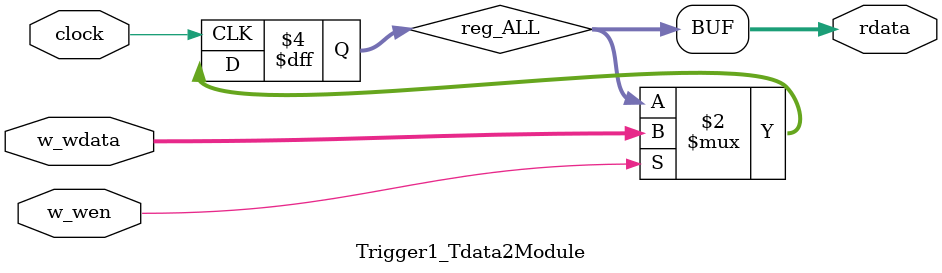
<source format=v>
`ifndef RANDOMIZE
  `ifdef RANDOMIZE_MEM_INIT
    `define RANDOMIZE
  `endif // RANDOMIZE_MEM_INIT
`endif // not def RANDOMIZE
`ifndef RANDOMIZE
  `ifdef RANDOMIZE_REG_INIT
    `define RANDOMIZE
  `endif // RANDOMIZE_REG_INIT
`endif // not def RANDOMIZE
`ifndef RANDOM
  `define RANDOM $random
`endif // not def RANDOM
// Users can define INIT_RANDOM as general code that gets injected into the
// initializer block for modules with registers.
`ifndef INIT_RANDOM
  `define INIT_RANDOM
`endif // not def INIT_RANDOM
// If using random initialization, you can also define RANDOMIZE_DELAY to
// customize the delay used, otherwise 0.002 is used.
`ifndef RANDOMIZE_DELAY
  `define RANDOMIZE_DELAY 0.002
`endif // not def RANDOMIZE_DELAY
// Define INIT_RANDOM_PROLOG_ for use in our modules below.
`ifndef INIT_RANDOM_PROLOG_
  `ifdef RANDOMIZE
    `ifdef VERILATOR
      `define INIT_RANDOM_PROLOG_ `INIT_RANDOM
    `else  // VERILATOR
      `define INIT_RANDOM_PROLOG_ `INIT_RANDOM #`RANDOMIZE_DELAY begin end
    `endif // VERILATOR
  `else  // RANDOMIZE
    `define INIT_RANDOM_PROLOG_
  `endif // RANDOMIZE
`endif // not def INIT_RANDOM_PROLOG_
// Include register initializers in init blocks unless synthesis is set
`ifndef SYNTHESIS
  `ifndef ENABLE_INITIAL_REG_
    `define ENABLE_INITIAL_REG_
  `endif // not def ENABLE_INITIAL_REG_
`endif // not def SYNTHESIS
// Include rmemory initializers in init blocks unless synthesis is set
`ifndef SYNTHESIS
  `ifndef ENABLE_INITIAL_MEM_
    `define ENABLE_INITIAL_MEM_
  `endif // not def ENABLE_INITIAL_MEM_
`endif // not def SYNTHESIS
module Trigger1_Tdata2Module(
  input         clock,
  input         w_wen,
  input  [63:0] w_wdata,
  output [63:0] rdata
);

  reg [63:0] reg_ALL;
  always @(posedge clock) begin
    if (w_wen)
      reg_ALL <= w_wdata;
  end // always @(posedge)
  `ifdef ENABLE_INITIAL_REG_
    `ifdef FIRRTL_BEFORE_INITIAL
      `FIRRTL_BEFORE_INITIAL
    `endif // FIRRTL_BEFORE_INITIAL
    logic [31:0] _RANDOM[0:1];
    initial begin
      `ifdef INIT_RANDOM_PROLOG_
        `INIT_RANDOM_PROLOG_
      `endif // INIT_RANDOM_PROLOG_
      `ifdef RANDOMIZE_REG_INIT
        for (logic [1:0] i = 2'h0; i < 2'h2; i += 2'h1) begin
          _RANDOM[i[0]] = `RANDOM;
        end
        reg_ALL = {_RANDOM[1'h0], _RANDOM[1'h1]};
      `endif // RANDOMIZE_REG_INIT
    end // initial
    `ifdef FIRRTL_AFTER_INITIAL
      `FIRRTL_AFTER_INITIAL
    `endif // FIRRTL_AFTER_INITIAL
  `endif // ENABLE_INITIAL_REG_
  assign rdata = reg_ALL;
endmodule


</source>
